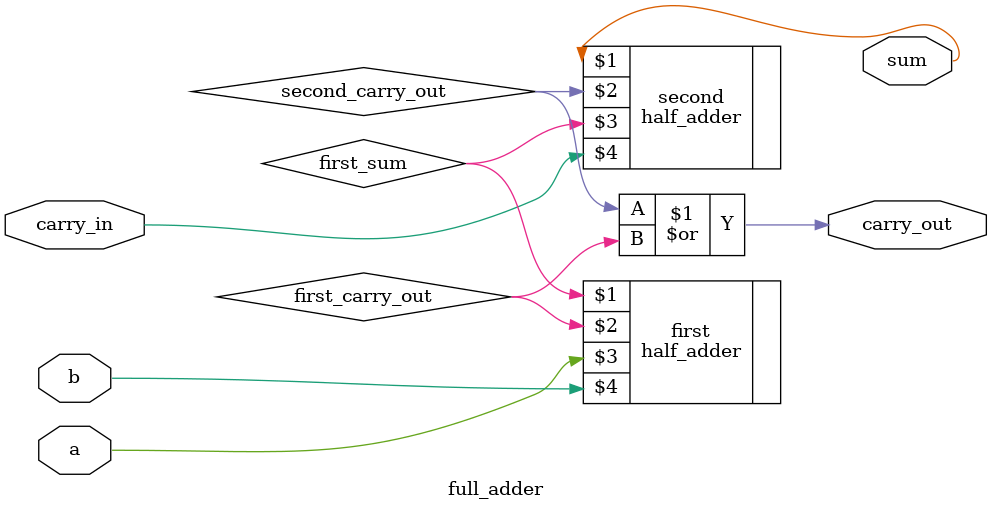
<source format=v>
module full_adder(sum, carry_out, a, b, carry_in);

input a, b, carry_in;
output sum, carry_out;

wire first_sum, first_carry_out, second_carry_out;

half_adder first(first_sum, first_carry_out, a, b);
half_adder second(sum, second_carry_out, first_sum, carry_in);

or (carry_out, second_carry_out, first_carry_out);

endmodule
</source>
